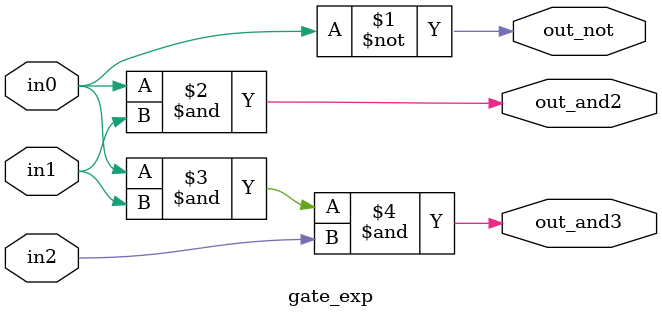
<source format=v>
module gate_exp(in0, in1, in2, out_not, out_and2, out_and3);
input in0, in1, in2; 
output out_not, out_and2, out_and3;

// 1 input
assign out_not = ~in0;

// 2 input
assign out_and2 = in0 & in1;

// 3 input
assign out_and3 = in0 & in1 & in2;

endmodule


</source>
